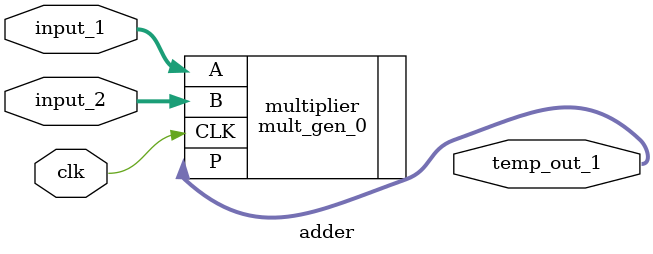
<source format=v>
`timescale 1ns / 1ps


module adder(
  input [15:0] input_1,
  input [15:0] input_2,
  input clk,
  output [15:0] temp_out_1
    );
   
   mult_gen_0 multiplier(
   .CLK(clk),
   .A(input_1),
   .B(input_2), 
   .P(temp_out_1)

);
endmodule

</source>
